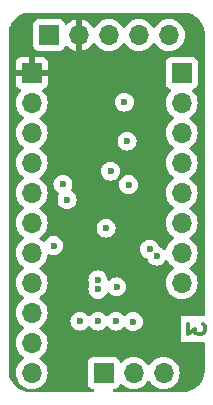
<source format=gbr>
%TF.GenerationSoftware,KiCad,Pcbnew,8.0.6*%
%TF.CreationDate,2024-11-24T13:18:03-08:00*%
%TF.ProjectId,pic32_breakout,70696333-325f-4627-9265-616b6f75742e,rev?*%
%TF.SameCoordinates,Original*%
%TF.FileFunction,Copper,L3,Inr*%
%TF.FilePolarity,Positive*%
%FSLAX46Y46*%
G04 Gerber Fmt 4.6, Leading zero omitted, Abs format (unit mm)*
G04 Created by KiCad (PCBNEW 8.0.6) date 2024-11-24 13:18:03*
%MOMM*%
%LPD*%
G01*
G04 APERTURE LIST*
%ADD10C,0.300000*%
%TA.AperFunction,NonConductor*%
%ADD11C,0.300000*%
%TD*%
%TA.AperFunction,ComponentPad*%
%ADD12O,1.700000X1.700000*%
%TD*%
%TA.AperFunction,ComponentPad*%
%ADD13R,1.700000X1.700000*%
%TD*%
%TA.AperFunction,ViaPad*%
%ADD14C,0.600000*%
%TD*%
G04 APERTURE END LIST*
D10*
D11*
X113271866Y-96256968D02*
X113271866Y-97123634D01*
X113271866Y-97123634D02*
X113805200Y-96656968D01*
X113805200Y-96656968D02*
X113805200Y-96856968D01*
X113805200Y-96856968D02*
X113871866Y-96990301D01*
X113871866Y-96990301D02*
X113938533Y-97056968D01*
X113938533Y-97056968D02*
X114071866Y-97123634D01*
X114071866Y-97123634D02*
X114405200Y-97123634D01*
X114405200Y-97123634D02*
X114538533Y-97056968D01*
X114538533Y-97056968D02*
X114605200Y-96990301D01*
X114605200Y-96990301D02*
X114671866Y-96856968D01*
X114671866Y-96856968D02*
X114671866Y-96456968D01*
X114671866Y-96456968D02*
X114605200Y-96323634D01*
X114605200Y-96323634D02*
X114538533Y-96256968D01*
D12*
%TO.N,GND*%
%TO.C,J1*%
X111180000Y-100400000D03*
%TO.N,/RXD*%
X108640000Y-100400000D03*
D13*
%TO.N,/TXD*%
X106100000Y-100400000D03*
%TD*%
D12*
%TO.N,/PGClk*%
%TO.C,J2*%
X111620000Y-71800000D03*
%TO.N,/PGData*%
X109080000Y-71800000D03*
%TO.N,GND*%
X106540000Y-71800000D03*
%TO.N,+3.3V*%
X104000000Y-71800000D03*
D13*
%TO.N,/MCLR*%
X101460000Y-71800000D03*
%TD*%
D12*
%TO.N,/17{slash}RB8*%
%TO.C,J5*%
X112700000Y-92780000D03*
%TO.N,/18{slash}RB9*%
X112700000Y-90240000D03*
%TO.N,/21{slash}RB10*%
X112700000Y-87700000D03*
%TO.N,/22{slash}RB11*%
X112700000Y-85160000D03*
%TO.N,/23{slash}AN12{slash}RB12*%
X112700000Y-82620000D03*
%TO.N,/24{slash}AN11{slash}RB13*%
X112700000Y-80080000D03*
%TO.N,/25{slash}AN10{slash}RB14*%
X112700000Y-77540000D03*
D13*
%TO.N,/26{slash}AN9{slash}RB15*%
X112700000Y-75000000D03*
%TD*%
%TO.N,+3.3V*%
%TO.C,J3*%
X100000000Y-75000000D03*
D12*
%TO.N,GND*%
X100000000Y-77540000D03*
%TO.N,/2{slash}AN0{slash}RA0*%
X100000000Y-80080000D03*
%TO.N,/3{slash}AN1{slash}RA1*%
X100000000Y-82620000D03*
%TO.N,/6{slash}AN4{slash}RB2*%
X100000000Y-85160000D03*
%TO.N,/7{slash}AN5{slash}RB3*%
X100000000Y-87700000D03*
%TO.N,/9{slash}RA2*%
X100000000Y-90240000D03*
%TO.N,/10{slash}RA3*%
X100000000Y-92780000D03*
%TO.N,/11{slash}RB4*%
X100000000Y-95320000D03*
%TO.N,/12{slash}RA4*%
X100000000Y-97860000D03*
%TO.N,/14{slash}RB5*%
X100000000Y-100400000D03*
%TD*%
D14*
%TO.N,+3.3V*%
X103343000Y-94137565D03*
%TO.N,Net-(D1-A)*%
X108610400Y-96062800D03*
X107188000Y-93116400D03*
%TO.N,Net-(U1-Vcap)*%
X105613200Y-93319600D03*
%TO.N,GND*%
X107137200Y-96012000D03*
%TO.N,+3.3V*%
X108610400Y-93319600D03*
%TO.N,GND*%
X105613200Y-96012000D03*
X104089200Y-96012000D03*
X101854000Y-89611200D03*
X107848400Y-77470000D03*
%TO.N,+3.3V*%
X105199265Y-83395735D03*
%TO.N,GND*%
X106680000Y-83312000D03*
X108077000Y-80772000D03*
X106299000Y-88138000D03*
%TO.N,/PGClk*%
X102997000Y-85725000D03*
%TO.N,/PGData*%
X102650854Y-84420147D03*
%TO.N,GND*%
X110582000Y-90511222D03*
%TO.N,Net-(U1-Vcap)*%
X109982000Y-89916000D03*
%TO.N,/14{slash}RB5*%
X105600500Y-92519500D03*
%TO.N,GND*%
X108204000Y-84455000D03*
%TD*%
%TA.AperFunction,Conductor*%
%TO.N,+3.3V*%
G36*
X112853843Y-69898365D02*
G01*
X113076590Y-69912964D01*
X113092648Y-69915079D01*
X113278675Y-69952082D01*
X113307571Y-69957830D01*
X113323238Y-69962028D01*
X113476369Y-70014009D01*
X113530744Y-70032467D01*
X113545721Y-70038670D01*
X113736591Y-70132796D01*
X113742260Y-70135592D01*
X113756308Y-70143702D01*
X113938512Y-70265448D01*
X113951373Y-70275316D01*
X114056295Y-70367330D01*
X114116128Y-70419802D01*
X114127597Y-70431271D01*
X114193311Y-70506204D01*
X114237960Y-70557117D01*
X114272080Y-70596023D01*
X114281954Y-70608891D01*
X114403697Y-70791092D01*
X114411807Y-70805139D01*
X114508726Y-71001671D01*
X114514933Y-71016657D01*
X114585371Y-71224161D01*
X114589569Y-71239828D01*
X114632318Y-71454740D01*
X114634436Y-71470821D01*
X114649035Y-71693556D01*
X114649300Y-71701666D01*
X114649300Y-95477468D01*
X114629615Y-95544507D01*
X114576811Y-95590262D01*
X114525300Y-95601468D01*
X112614724Y-95601468D01*
X112614724Y-97780859D01*
X114525300Y-97780859D01*
X114592339Y-97800544D01*
X114638094Y-97853348D01*
X114649300Y-97904859D01*
X114649300Y-100193533D01*
X114649035Y-100201643D01*
X114634436Y-100424378D01*
X114632318Y-100440459D01*
X114589569Y-100655371D01*
X114585371Y-100671038D01*
X114514933Y-100878542D01*
X114508726Y-100893528D01*
X114411807Y-101090060D01*
X114403697Y-101104107D01*
X114281954Y-101286308D01*
X114272080Y-101299176D01*
X114127597Y-101463928D01*
X114116128Y-101475397D01*
X113951376Y-101619880D01*
X113938508Y-101629754D01*
X113756307Y-101751497D01*
X113742260Y-101759607D01*
X113545728Y-101856526D01*
X113530742Y-101862733D01*
X113323238Y-101933171D01*
X113307571Y-101937369D01*
X113092659Y-101980118D01*
X113076578Y-101982236D01*
X112853843Y-101996835D01*
X112845733Y-101997100D01*
X111260381Y-101997100D01*
X111193342Y-101977415D01*
X111181931Y-101964246D01*
X111124051Y-101994669D01*
X111099619Y-101997100D01*
X108720381Y-101997100D01*
X108653342Y-101977415D01*
X108641931Y-101964246D01*
X108584051Y-101994669D01*
X108559619Y-101997100D01*
X107017536Y-101997100D01*
X106950497Y-101977415D01*
X106904742Y-101924611D01*
X106894798Y-101855453D01*
X106923823Y-101791897D01*
X106982601Y-101754123D01*
X107004283Y-101749810D01*
X107057483Y-101744091D01*
X107192328Y-101693797D01*
X107192327Y-101693797D01*
X107192331Y-101693796D01*
X107307546Y-101607546D01*
X107393796Y-101492331D01*
X107442810Y-101360916D01*
X107484681Y-101304984D01*
X107550145Y-101280566D01*
X107618418Y-101295417D01*
X107646673Y-101316569D01*
X107768599Y-101438495D01*
X107865384Y-101506265D01*
X107962165Y-101574032D01*
X107962167Y-101574033D01*
X107962170Y-101574035D01*
X108176337Y-101673903D01*
X108404592Y-101735063D01*
X108570427Y-101749572D01*
X108635495Y-101775025D01*
X108641029Y-101782667D01*
X108685446Y-101754123D01*
X108709573Y-101749572D01*
X108875408Y-101735063D01*
X109103663Y-101673903D01*
X109317830Y-101574035D01*
X109511401Y-101438495D01*
X109678495Y-101271401D01*
X109800367Y-101097350D01*
X109808425Y-101085842D01*
X109863002Y-101042217D01*
X109932500Y-101035023D01*
X109994855Y-101066546D01*
X110011575Y-101085842D01*
X110141500Y-101271395D01*
X110141505Y-101271401D01*
X110308599Y-101438495D01*
X110405384Y-101506265D01*
X110502165Y-101574032D01*
X110502167Y-101574033D01*
X110502170Y-101574035D01*
X110716337Y-101673903D01*
X110944592Y-101735063D01*
X111110427Y-101749572D01*
X111175495Y-101775025D01*
X111181029Y-101782667D01*
X111225446Y-101754123D01*
X111249573Y-101749572D01*
X111415408Y-101735063D01*
X111643663Y-101673903D01*
X111857830Y-101574035D01*
X112051401Y-101438495D01*
X112218495Y-101271401D01*
X112354035Y-101077830D01*
X112453903Y-100863663D01*
X112515063Y-100635408D01*
X112535659Y-100400000D01*
X112515063Y-100164592D01*
X112453903Y-99936337D01*
X112354035Y-99722171D01*
X112348425Y-99714158D01*
X112218494Y-99528597D01*
X112051402Y-99361506D01*
X112051395Y-99361501D01*
X111857834Y-99225967D01*
X111857830Y-99225965D01*
X111857828Y-99225964D01*
X111643663Y-99126097D01*
X111643659Y-99126096D01*
X111643655Y-99126094D01*
X111415413Y-99064938D01*
X111415403Y-99064936D01*
X111180001Y-99044341D01*
X111179999Y-99044341D01*
X110944596Y-99064936D01*
X110944586Y-99064938D01*
X110716344Y-99126094D01*
X110716335Y-99126098D01*
X110502171Y-99225964D01*
X110502169Y-99225965D01*
X110308597Y-99361505D01*
X110141505Y-99528597D01*
X110011575Y-99714158D01*
X109956998Y-99757783D01*
X109887500Y-99764977D01*
X109825145Y-99733454D01*
X109808425Y-99714158D01*
X109678494Y-99528597D01*
X109511402Y-99361506D01*
X109511395Y-99361501D01*
X109317834Y-99225967D01*
X109317830Y-99225965D01*
X109317828Y-99225964D01*
X109103663Y-99126097D01*
X109103659Y-99126096D01*
X109103655Y-99126094D01*
X108875413Y-99064938D01*
X108875403Y-99064936D01*
X108640001Y-99044341D01*
X108639999Y-99044341D01*
X108404596Y-99064936D01*
X108404586Y-99064938D01*
X108176344Y-99126094D01*
X108176335Y-99126098D01*
X107962171Y-99225964D01*
X107962169Y-99225965D01*
X107768600Y-99361503D01*
X107646673Y-99483430D01*
X107585350Y-99516914D01*
X107515658Y-99511930D01*
X107459725Y-99470058D01*
X107442810Y-99439081D01*
X107393797Y-99307671D01*
X107393793Y-99307664D01*
X107307547Y-99192455D01*
X107307544Y-99192452D01*
X107192335Y-99106206D01*
X107192328Y-99106202D01*
X107057482Y-99055908D01*
X107057483Y-99055908D01*
X106997883Y-99049501D01*
X106997881Y-99049500D01*
X106997873Y-99049500D01*
X106997864Y-99049500D01*
X105202129Y-99049500D01*
X105202123Y-99049501D01*
X105142516Y-99055908D01*
X105007671Y-99106202D01*
X105007664Y-99106206D01*
X104892455Y-99192452D01*
X104892452Y-99192455D01*
X104806206Y-99307664D01*
X104806202Y-99307671D01*
X104755908Y-99442517D01*
X104749501Y-99502116D01*
X104749500Y-99502135D01*
X104749500Y-101297870D01*
X104749501Y-101297876D01*
X104755908Y-101357483D01*
X104806202Y-101492328D01*
X104806206Y-101492335D01*
X104892452Y-101607544D01*
X104892455Y-101607547D01*
X105007664Y-101693793D01*
X105007671Y-101693797D01*
X105052618Y-101710561D01*
X105142517Y-101744091D01*
X105195721Y-101749811D01*
X105260269Y-101776549D01*
X105300117Y-101833941D01*
X105302611Y-101903766D01*
X105266959Y-101963855D01*
X105204479Y-101995130D01*
X105182463Y-101997100D01*
X100080381Y-101997100D01*
X100013342Y-101977415D01*
X100001931Y-101964246D01*
X99944051Y-101994669D01*
X99919619Y-101997100D01*
X99853867Y-101997100D01*
X99845757Y-101996835D01*
X99623021Y-101982236D01*
X99606940Y-101980118D01*
X99392028Y-101937369D01*
X99376361Y-101933171D01*
X99168857Y-101862733D01*
X99153871Y-101856526D01*
X98957339Y-101759607D01*
X98943292Y-101751497D01*
X98761091Y-101629754D01*
X98748223Y-101619880D01*
X98734156Y-101607544D01*
X98602785Y-101492335D01*
X98583471Y-101475397D01*
X98572002Y-101463928D01*
X98478653Y-101357483D01*
X98427516Y-101299173D01*
X98417645Y-101286308D01*
X98413808Y-101280566D01*
X98295902Y-101104107D01*
X98287792Y-101090060D01*
X98265405Y-101044664D01*
X98190870Y-100893521D01*
X98184666Y-100878542D01*
X98114228Y-100671038D01*
X98110030Y-100655371D01*
X98098017Y-100594976D01*
X98067279Y-100440448D01*
X98065164Y-100424390D01*
X98050565Y-100201643D01*
X98050300Y-100193533D01*
X98050300Y-77539999D01*
X98644341Y-77539999D01*
X98644341Y-77540000D01*
X98664936Y-77775403D01*
X98664938Y-77775413D01*
X98726094Y-78003655D01*
X98726096Y-78003659D01*
X98726097Y-78003663D01*
X98770934Y-78099815D01*
X98825965Y-78217830D01*
X98825967Y-78217834D01*
X98961501Y-78411395D01*
X98961506Y-78411402D01*
X99128597Y-78578493D01*
X99128603Y-78578498D01*
X99314158Y-78708425D01*
X99357783Y-78763002D01*
X99364977Y-78832500D01*
X99333454Y-78894855D01*
X99314158Y-78911575D01*
X99128597Y-79041505D01*
X98961505Y-79208597D01*
X98825965Y-79402169D01*
X98825964Y-79402171D01*
X98726098Y-79616335D01*
X98726094Y-79616344D01*
X98664938Y-79844586D01*
X98664936Y-79844596D01*
X98644341Y-80079999D01*
X98644341Y-80080000D01*
X98664936Y-80315403D01*
X98664938Y-80315413D01*
X98726094Y-80543655D01*
X98726096Y-80543659D01*
X98726097Y-80543663D01*
X98748987Y-80592750D01*
X98825965Y-80757830D01*
X98825967Y-80757834D01*
X98961501Y-80951395D01*
X98961506Y-80951402D01*
X99128597Y-81118493D01*
X99128603Y-81118498D01*
X99314158Y-81248425D01*
X99357783Y-81303002D01*
X99364977Y-81372500D01*
X99333454Y-81434855D01*
X99314158Y-81451575D01*
X99128597Y-81581505D01*
X98961505Y-81748597D01*
X98825965Y-81942169D01*
X98825964Y-81942171D01*
X98726098Y-82156335D01*
X98726094Y-82156344D01*
X98664938Y-82384586D01*
X98664936Y-82384596D01*
X98644341Y-82619999D01*
X98644341Y-82620000D01*
X98664936Y-82855403D01*
X98664938Y-82855413D01*
X98726094Y-83083655D01*
X98726096Y-83083659D01*
X98726097Y-83083663D01*
X98748987Y-83132750D01*
X98825965Y-83297830D01*
X98825967Y-83297834D01*
X98961501Y-83491395D01*
X98961506Y-83491402D01*
X99128597Y-83658493D01*
X99128603Y-83658498D01*
X99314158Y-83788425D01*
X99357783Y-83843002D01*
X99364977Y-83912500D01*
X99333454Y-83974855D01*
X99314158Y-83991575D01*
X99128597Y-84121505D01*
X98961505Y-84288597D01*
X98825965Y-84482169D01*
X98825964Y-84482171D01*
X98726098Y-84696335D01*
X98726094Y-84696344D01*
X98664938Y-84924586D01*
X98664936Y-84924596D01*
X98644341Y-85159999D01*
X98644341Y-85160000D01*
X98664936Y-85395403D01*
X98664938Y-85395413D01*
X98726094Y-85623655D01*
X98726096Y-85623659D01*
X98726097Y-85623663D01*
X98773353Y-85725003D01*
X98825965Y-85837830D01*
X98825967Y-85837834D01*
X98961501Y-86031395D01*
X98961506Y-86031402D01*
X99128597Y-86198493D01*
X99128603Y-86198498D01*
X99314158Y-86328425D01*
X99357783Y-86383002D01*
X99364977Y-86452500D01*
X99333454Y-86514855D01*
X99314158Y-86531575D01*
X99128597Y-86661505D01*
X98961505Y-86828597D01*
X98825965Y-87022169D01*
X98825964Y-87022171D01*
X98726098Y-87236335D01*
X98726094Y-87236344D01*
X98664938Y-87464586D01*
X98664936Y-87464596D01*
X98644341Y-87699999D01*
X98644341Y-87700000D01*
X98664936Y-87935403D01*
X98664938Y-87935413D01*
X98726094Y-88163655D01*
X98726096Y-88163659D01*
X98726097Y-88163663D01*
X98797716Y-88317249D01*
X98825965Y-88377830D01*
X98825967Y-88377834D01*
X98961501Y-88571395D01*
X98961506Y-88571402D01*
X99128597Y-88738493D01*
X99128603Y-88738498D01*
X99314158Y-88868425D01*
X99357783Y-88923002D01*
X99364977Y-88992500D01*
X99333454Y-89054855D01*
X99314158Y-89071575D01*
X99128597Y-89201505D01*
X98961505Y-89368597D01*
X98825965Y-89562169D01*
X98825964Y-89562171D01*
X98726098Y-89776335D01*
X98726094Y-89776344D01*
X98664938Y-90004586D01*
X98664936Y-90004596D01*
X98644341Y-90239999D01*
X98644341Y-90240000D01*
X98664936Y-90475403D01*
X98664938Y-90475413D01*
X98726094Y-90703655D01*
X98726096Y-90703659D01*
X98726097Y-90703663D01*
X98734390Y-90721447D01*
X98825965Y-90917830D01*
X98825967Y-90917834D01*
X98961501Y-91111395D01*
X98961506Y-91111402D01*
X99128597Y-91278493D01*
X99128603Y-91278498D01*
X99314158Y-91408425D01*
X99357783Y-91463002D01*
X99364977Y-91532500D01*
X99333454Y-91594855D01*
X99314158Y-91611575D01*
X99128597Y-91741505D01*
X98961505Y-91908597D01*
X98825965Y-92102169D01*
X98825964Y-92102171D01*
X98726098Y-92316335D01*
X98726094Y-92316344D01*
X98664938Y-92544586D01*
X98664936Y-92544596D01*
X98644341Y-92779999D01*
X98644341Y-92780000D01*
X98664936Y-93015403D01*
X98664938Y-93015413D01*
X98726094Y-93243655D01*
X98726096Y-93243659D01*
X98726097Y-93243663D01*
X98825965Y-93457830D01*
X98825967Y-93457834D01*
X98961501Y-93651395D01*
X98961506Y-93651402D01*
X99128597Y-93818493D01*
X99128603Y-93818498D01*
X99314158Y-93948425D01*
X99357783Y-94003002D01*
X99364977Y-94072500D01*
X99333454Y-94134855D01*
X99314158Y-94151575D01*
X99128597Y-94281505D01*
X98961505Y-94448597D01*
X98825965Y-94642169D01*
X98825964Y-94642171D01*
X98726098Y-94856335D01*
X98726094Y-94856344D01*
X98664938Y-95084586D01*
X98664936Y-95084596D01*
X98644341Y-95319999D01*
X98644341Y-95320000D01*
X98664936Y-95555403D01*
X98664938Y-95555413D01*
X98726094Y-95783655D01*
X98726096Y-95783659D01*
X98726097Y-95783663D01*
X98748987Y-95832750D01*
X98825965Y-95997830D01*
X98825967Y-95997834D01*
X98961501Y-96191395D01*
X98961506Y-96191402D01*
X99128597Y-96358493D01*
X99128603Y-96358498D01*
X99314158Y-96488425D01*
X99357783Y-96543002D01*
X99364977Y-96612500D01*
X99333454Y-96674855D01*
X99314158Y-96691575D01*
X99128597Y-96821505D01*
X98961505Y-96988597D01*
X98825965Y-97182169D01*
X98825964Y-97182171D01*
X98726098Y-97396335D01*
X98726094Y-97396344D01*
X98664938Y-97624586D01*
X98664936Y-97624596D01*
X98644341Y-97859999D01*
X98644341Y-97860000D01*
X98664936Y-98095403D01*
X98664938Y-98095413D01*
X98726094Y-98323655D01*
X98726096Y-98323659D01*
X98726097Y-98323663D01*
X98825965Y-98537830D01*
X98825967Y-98537834D01*
X98961501Y-98731395D01*
X98961506Y-98731402D01*
X99128597Y-98898493D01*
X99128603Y-98898498D01*
X99314158Y-99028425D01*
X99357783Y-99083002D01*
X99364977Y-99152500D01*
X99333454Y-99214855D01*
X99314158Y-99231575D01*
X99128597Y-99361505D01*
X98961505Y-99528597D01*
X98825965Y-99722169D01*
X98825964Y-99722171D01*
X98726098Y-99936335D01*
X98726094Y-99936344D01*
X98664938Y-100164586D01*
X98664936Y-100164596D01*
X98644341Y-100399999D01*
X98644341Y-100400000D01*
X98664936Y-100635403D01*
X98664938Y-100635413D01*
X98726094Y-100863655D01*
X98726096Y-100863659D01*
X98726097Y-100863663D01*
X98806004Y-101035023D01*
X98825965Y-101077830D01*
X98825967Y-101077834D01*
X98844364Y-101104107D01*
X98961505Y-101271401D01*
X99128599Y-101438495D01*
X99225384Y-101506265D01*
X99322165Y-101574032D01*
X99322167Y-101574033D01*
X99322170Y-101574035D01*
X99536337Y-101673903D01*
X99764592Y-101735063D01*
X99930427Y-101749572D01*
X99995495Y-101775025D01*
X100001029Y-101782667D01*
X100045446Y-101754123D01*
X100069573Y-101749572D01*
X100235408Y-101735063D01*
X100463663Y-101673903D01*
X100677830Y-101574035D01*
X100871401Y-101438495D01*
X101038495Y-101271401D01*
X101174035Y-101077830D01*
X101273903Y-100863663D01*
X101335063Y-100635408D01*
X101355659Y-100400000D01*
X101335063Y-100164592D01*
X101273903Y-99936337D01*
X101174035Y-99722171D01*
X101168425Y-99714158D01*
X101038494Y-99528597D01*
X100871402Y-99361506D01*
X100871396Y-99361501D01*
X100685842Y-99231575D01*
X100642217Y-99176998D01*
X100635023Y-99107500D01*
X100666546Y-99045145D01*
X100685842Y-99028425D01*
X100708026Y-99012891D01*
X100871401Y-98898495D01*
X101038495Y-98731401D01*
X101174035Y-98537830D01*
X101273903Y-98323663D01*
X101335063Y-98095408D01*
X101355659Y-97860000D01*
X101335063Y-97624592D01*
X101273903Y-97396337D01*
X101174035Y-97182171D01*
X101038495Y-96988599D01*
X101038494Y-96988597D01*
X100871402Y-96821506D01*
X100871396Y-96821501D01*
X100685842Y-96691575D01*
X100642217Y-96636998D01*
X100635023Y-96567500D01*
X100666546Y-96505145D01*
X100685842Y-96488425D01*
X100710743Y-96470989D01*
X100871401Y-96358495D01*
X101038495Y-96191401D01*
X101164116Y-96011996D01*
X103283635Y-96011996D01*
X103283635Y-96012003D01*
X103303830Y-96191249D01*
X103303831Y-96191254D01*
X103363411Y-96361523D01*
X103453655Y-96505145D01*
X103459384Y-96514262D01*
X103586938Y-96641816D01*
X103739678Y-96737789D01*
X103884853Y-96788588D01*
X103909945Y-96797368D01*
X103909950Y-96797369D01*
X104089196Y-96817565D01*
X104089200Y-96817565D01*
X104089204Y-96817565D01*
X104268449Y-96797369D01*
X104268452Y-96797368D01*
X104268455Y-96797368D01*
X104438722Y-96737789D01*
X104591462Y-96641816D01*
X104719016Y-96514262D01*
X104746206Y-96470988D01*
X104798541Y-96424698D01*
X104867594Y-96414050D01*
X104931443Y-96442425D01*
X104956193Y-96470987D01*
X104983384Y-96514262D01*
X105110938Y-96641816D01*
X105263678Y-96737789D01*
X105408853Y-96788588D01*
X105433945Y-96797368D01*
X105433950Y-96797369D01*
X105613196Y-96817565D01*
X105613200Y-96817565D01*
X105613204Y-96817565D01*
X105792449Y-96797369D01*
X105792452Y-96797368D01*
X105792455Y-96797368D01*
X105962722Y-96737789D01*
X106115462Y-96641816D01*
X106243016Y-96514262D01*
X106270206Y-96470988D01*
X106322541Y-96424698D01*
X106391594Y-96414050D01*
X106455443Y-96442425D01*
X106480193Y-96470987D01*
X106507384Y-96514262D01*
X106634938Y-96641816D01*
X106787678Y-96737789D01*
X106932853Y-96788588D01*
X106957945Y-96797368D01*
X106957950Y-96797369D01*
X107137196Y-96817565D01*
X107137200Y-96817565D01*
X107137204Y-96817565D01*
X107316449Y-96797369D01*
X107316452Y-96797368D01*
X107316455Y-96797368D01*
X107486722Y-96737789D01*
X107639462Y-96641816D01*
X107767016Y-96514262D01*
X107767019Y-96514256D01*
X107768620Y-96512656D01*
X107829943Y-96479171D01*
X107899635Y-96484155D01*
X107955569Y-96526026D01*
X107961293Y-96534361D01*
X107980584Y-96565062D01*
X108108138Y-96692616D01*
X108260878Y-96788589D01*
X108431145Y-96848168D01*
X108431150Y-96848169D01*
X108610396Y-96868365D01*
X108610400Y-96868365D01*
X108610404Y-96868365D01*
X108789649Y-96848169D01*
X108789652Y-96848168D01*
X108789655Y-96848168D01*
X108959922Y-96788589D01*
X109112662Y-96692616D01*
X109240216Y-96565062D01*
X109336189Y-96412322D01*
X109395768Y-96242055D01*
X109401475Y-96191402D01*
X109415965Y-96062803D01*
X109415965Y-96062796D01*
X109395769Y-95883550D01*
X109395768Y-95883545D01*
X109336188Y-95713276D01*
X109264573Y-95599302D01*
X109240216Y-95560538D01*
X109112662Y-95432984D01*
X109112660Y-95432983D01*
X108959923Y-95337011D01*
X108789654Y-95277431D01*
X108789649Y-95277430D01*
X108610404Y-95257235D01*
X108610396Y-95257235D01*
X108431150Y-95277430D01*
X108431145Y-95277431D01*
X108260876Y-95337011D01*
X108108139Y-95432983D01*
X107978978Y-95562144D01*
X107917655Y-95595628D01*
X107847963Y-95590644D01*
X107792030Y-95548772D01*
X107786303Y-95540433D01*
X107767018Y-95509740D01*
X107639462Y-95382184D01*
X107486723Y-95286211D01*
X107316454Y-95226631D01*
X107316449Y-95226630D01*
X107137204Y-95206435D01*
X107137196Y-95206435D01*
X106957950Y-95226630D01*
X106957945Y-95226631D01*
X106787676Y-95286211D01*
X106634937Y-95382184D01*
X106507384Y-95509737D01*
X106507382Y-95509740D01*
X106480193Y-95553011D01*
X106427858Y-95599302D01*
X106358805Y-95609949D01*
X106294956Y-95581574D01*
X106270207Y-95553011D01*
X106243017Y-95509740D01*
X106243015Y-95509737D01*
X106115462Y-95382184D01*
X105962723Y-95286211D01*
X105792454Y-95226631D01*
X105792449Y-95226630D01*
X105613204Y-95206435D01*
X105613196Y-95206435D01*
X105433950Y-95226630D01*
X105433945Y-95226631D01*
X105263676Y-95286211D01*
X105110937Y-95382184D01*
X104983384Y-95509737D01*
X104983382Y-95509740D01*
X104956193Y-95553011D01*
X104903858Y-95599302D01*
X104834805Y-95609949D01*
X104770956Y-95581574D01*
X104746207Y-95553011D01*
X104719017Y-95509740D01*
X104719015Y-95509737D01*
X104591462Y-95382184D01*
X104438723Y-95286211D01*
X104268454Y-95226631D01*
X104268449Y-95226630D01*
X104089204Y-95206435D01*
X104089196Y-95206435D01*
X103909950Y-95226630D01*
X103909945Y-95226631D01*
X103739676Y-95286211D01*
X103586937Y-95382184D01*
X103459384Y-95509737D01*
X103363411Y-95662476D01*
X103303831Y-95832745D01*
X103303830Y-95832750D01*
X103283635Y-96011996D01*
X101164116Y-96011996D01*
X101174035Y-95997830D01*
X101273903Y-95783663D01*
X101335063Y-95555408D01*
X101355659Y-95320000D01*
X101335063Y-95084592D01*
X101273903Y-94856337D01*
X101174035Y-94642171D01*
X101038495Y-94448599D01*
X101038494Y-94448597D01*
X100871402Y-94281506D01*
X100871396Y-94281501D01*
X100685842Y-94151575D01*
X100642217Y-94096998D01*
X100635023Y-94027500D01*
X100666546Y-93965145D01*
X100685842Y-93948425D01*
X100723631Y-93921965D01*
X100871401Y-93818495D01*
X101038495Y-93651401D01*
X101174035Y-93457830D01*
X101273903Y-93243663D01*
X101335063Y-93015408D01*
X101355659Y-92780000D01*
X101335063Y-92544592D01*
X101328339Y-92519496D01*
X104794935Y-92519496D01*
X104794935Y-92519503D01*
X104815130Y-92698749D01*
X104815133Y-92698762D01*
X104874710Y-92869021D01*
X104877731Y-92875294D01*
X104876197Y-92876032D01*
X104892809Y-92934831D01*
X104885858Y-92974514D01*
X104827832Y-93140342D01*
X104827830Y-93140350D01*
X104807635Y-93319596D01*
X104807635Y-93319603D01*
X104827830Y-93498849D01*
X104827831Y-93498854D01*
X104887411Y-93669123D01*
X104935852Y-93746216D01*
X104983384Y-93821862D01*
X105110938Y-93949416D01*
X105263678Y-94045389D01*
X105341157Y-94072500D01*
X105433945Y-94104968D01*
X105433950Y-94104969D01*
X105613196Y-94125165D01*
X105613200Y-94125165D01*
X105613204Y-94125165D01*
X105792449Y-94104969D01*
X105792452Y-94104968D01*
X105792455Y-94104968D01*
X105962722Y-94045389D01*
X106115462Y-93949416D01*
X106243016Y-93821862D01*
X106338989Y-93669122D01*
X106339364Y-93668049D01*
X106344006Y-93654786D01*
X106384726Y-93598009D01*
X106449679Y-93572260D01*
X106518240Y-93585715D01*
X106552826Y-93614171D01*
X106553260Y-93613738D01*
X106557713Y-93618191D01*
X106557990Y-93618419D01*
X106558183Y-93618661D01*
X106558184Y-93618662D01*
X106685738Y-93746216D01*
X106838478Y-93842189D01*
X107008745Y-93901768D01*
X107008750Y-93901769D01*
X107187996Y-93921965D01*
X107188000Y-93921965D01*
X107188004Y-93921965D01*
X107367249Y-93901769D01*
X107367252Y-93901768D01*
X107367255Y-93901768D01*
X107537522Y-93842189D01*
X107690262Y-93746216D01*
X107817816Y-93618662D01*
X107913789Y-93465922D01*
X107973368Y-93295655D01*
X107990867Y-93140345D01*
X107993565Y-93116403D01*
X107993565Y-93116396D01*
X107973369Y-92937150D01*
X107973368Y-92937145D01*
X107949530Y-92869021D01*
X107913789Y-92766878D01*
X107817816Y-92614138D01*
X107690262Y-92486584D01*
X107688376Y-92485399D01*
X107537523Y-92390611D01*
X107367254Y-92331031D01*
X107367249Y-92331030D01*
X107188004Y-92310835D01*
X107187996Y-92310835D01*
X107008750Y-92331030D01*
X107008745Y-92331031D01*
X106838476Y-92390611D01*
X106685739Y-92486583D01*
X106613124Y-92559198D01*
X106551800Y-92592682D01*
X106482109Y-92587697D01*
X106426175Y-92545826D01*
X106402223Y-92485399D01*
X106385869Y-92340250D01*
X106385868Y-92340245D01*
X106377502Y-92316337D01*
X106326289Y-92169978D01*
X106230316Y-92017238D01*
X106102762Y-91889684D01*
X105950023Y-91793711D01*
X105779754Y-91734131D01*
X105779749Y-91734130D01*
X105600504Y-91713935D01*
X105600496Y-91713935D01*
X105421250Y-91734130D01*
X105421245Y-91734131D01*
X105250976Y-91793711D01*
X105098237Y-91889684D01*
X104970684Y-92017237D01*
X104874711Y-92169976D01*
X104815131Y-92340245D01*
X104815130Y-92340250D01*
X104794935Y-92519496D01*
X101328339Y-92519496D01*
X101280309Y-92340245D01*
X101273905Y-92316344D01*
X101273904Y-92316343D01*
X101273903Y-92316337D01*
X101174035Y-92102171D01*
X101038495Y-91908599D01*
X101038494Y-91908597D01*
X100871402Y-91741506D01*
X100871396Y-91741501D01*
X100685842Y-91611575D01*
X100642217Y-91556998D01*
X100635023Y-91487500D01*
X100666546Y-91425145D01*
X100685842Y-91408425D01*
X100845557Y-91296591D01*
X100871401Y-91278495D01*
X101038495Y-91111401D01*
X101174035Y-90917830D01*
X101273903Y-90703663D01*
X101335063Y-90475408D01*
X101337941Y-90442504D01*
X101363392Y-90377437D01*
X101419983Y-90336458D01*
X101489744Y-90332579D01*
X101502424Y-90336271D01*
X101674737Y-90396566D01*
X101674743Y-90396567D01*
X101674745Y-90396568D01*
X101674746Y-90396568D01*
X101674750Y-90396569D01*
X101853996Y-90416765D01*
X101854000Y-90416765D01*
X101854004Y-90416765D01*
X102033249Y-90396569D01*
X102033252Y-90396568D01*
X102033255Y-90396568D01*
X102203522Y-90336989D01*
X102356262Y-90241016D01*
X102483816Y-90113462D01*
X102579789Y-89960722D01*
X102595439Y-89915996D01*
X109176435Y-89915996D01*
X109176435Y-89916003D01*
X109196630Y-90095249D01*
X109196631Y-90095254D01*
X109256211Y-90265523D01*
X109326532Y-90377437D01*
X109352184Y-90418262D01*
X109479738Y-90545816D01*
X109632478Y-90641789D01*
X109743758Y-90680727D01*
X109800532Y-90721447D01*
X109819843Y-90756812D01*
X109856211Y-90860745D01*
X109856212Y-90860746D01*
X109892083Y-90917834D01*
X109952184Y-91013484D01*
X110079738Y-91141038D01*
X110232478Y-91237011D01*
X110351041Y-91278498D01*
X110402745Y-91296590D01*
X110402750Y-91296591D01*
X110581996Y-91316787D01*
X110582000Y-91316787D01*
X110582004Y-91316787D01*
X110761249Y-91296591D01*
X110761252Y-91296590D01*
X110761255Y-91296590D01*
X110931522Y-91237011D01*
X111084262Y-91141038D01*
X111211816Y-91013484D01*
X111296601Y-90878548D01*
X111348933Y-90832260D01*
X111417987Y-90821611D01*
X111481835Y-90849986D01*
X111513974Y-90892117D01*
X111525962Y-90917824D01*
X111525967Y-90917834D01*
X111661501Y-91111395D01*
X111661506Y-91111402D01*
X111828597Y-91278493D01*
X111828603Y-91278498D01*
X112014158Y-91408425D01*
X112057783Y-91463002D01*
X112064977Y-91532500D01*
X112033454Y-91594855D01*
X112014158Y-91611575D01*
X111828597Y-91741505D01*
X111661505Y-91908597D01*
X111525965Y-92102169D01*
X111525964Y-92102171D01*
X111426098Y-92316335D01*
X111426094Y-92316344D01*
X111364938Y-92544586D01*
X111364936Y-92544596D01*
X111344341Y-92779999D01*
X111344341Y-92780000D01*
X111364936Y-93015403D01*
X111364938Y-93015413D01*
X111426094Y-93243655D01*
X111426096Y-93243659D01*
X111426097Y-93243663D01*
X111525965Y-93457830D01*
X111525967Y-93457834D01*
X111606090Y-93572260D01*
X111661505Y-93651401D01*
X111828599Y-93818495D01*
X111862438Y-93842189D01*
X112022165Y-93954032D01*
X112022167Y-93954033D01*
X112022170Y-93954035D01*
X112236337Y-94053903D01*
X112464592Y-94115063D01*
X112652918Y-94131539D01*
X112699999Y-94135659D01*
X112700000Y-94135659D01*
X112700001Y-94135659D01*
X112739234Y-94132226D01*
X112935408Y-94115063D01*
X113163663Y-94053903D01*
X113377830Y-93954035D01*
X113571401Y-93818495D01*
X113738495Y-93651401D01*
X113874035Y-93457830D01*
X113973903Y-93243663D01*
X114035063Y-93015408D01*
X114055659Y-92780000D01*
X114035063Y-92544592D01*
X113980309Y-92340245D01*
X113973905Y-92316344D01*
X113973904Y-92316343D01*
X113973903Y-92316337D01*
X113874035Y-92102171D01*
X113738495Y-91908599D01*
X113738494Y-91908597D01*
X113571402Y-91741506D01*
X113571396Y-91741501D01*
X113385842Y-91611575D01*
X113342217Y-91556998D01*
X113335023Y-91487500D01*
X113366546Y-91425145D01*
X113385842Y-91408425D01*
X113545557Y-91296591D01*
X113571401Y-91278495D01*
X113738495Y-91111401D01*
X113874035Y-90917830D01*
X113973903Y-90703663D01*
X114035063Y-90475408D01*
X114055659Y-90240000D01*
X114035063Y-90004592D01*
X113973903Y-89776337D01*
X113874035Y-89562171D01*
X113782851Y-89431945D01*
X113738494Y-89368597D01*
X113571402Y-89201506D01*
X113571396Y-89201501D01*
X113385842Y-89071575D01*
X113342217Y-89016998D01*
X113335023Y-88947500D01*
X113366546Y-88885145D01*
X113385842Y-88868425D01*
X113529526Y-88767816D01*
X113571401Y-88738495D01*
X113738495Y-88571401D01*
X113874035Y-88377830D01*
X113973903Y-88163663D01*
X114035063Y-87935408D01*
X114055659Y-87700000D01*
X114035063Y-87464592D01*
X113973903Y-87236337D01*
X113874035Y-87022171D01*
X113738495Y-86828599D01*
X113738494Y-86828597D01*
X113571402Y-86661506D01*
X113571396Y-86661501D01*
X113385842Y-86531575D01*
X113342217Y-86476998D01*
X113335023Y-86407500D01*
X113366546Y-86345145D01*
X113385842Y-86328425D01*
X113408026Y-86312891D01*
X113571401Y-86198495D01*
X113738495Y-86031401D01*
X113874035Y-85837830D01*
X113973903Y-85623663D01*
X114035063Y-85395408D01*
X114055659Y-85160000D01*
X114035063Y-84924592D01*
X113973903Y-84696337D01*
X113874035Y-84482171D01*
X113738495Y-84288599D01*
X113738494Y-84288597D01*
X113571402Y-84121506D01*
X113571396Y-84121501D01*
X113385842Y-83991575D01*
X113342217Y-83936998D01*
X113335023Y-83867500D01*
X113366546Y-83805145D01*
X113385842Y-83788425D01*
X113520183Y-83694358D01*
X113571401Y-83658495D01*
X113738495Y-83491401D01*
X113874035Y-83297830D01*
X113973903Y-83083663D01*
X114035063Y-82855408D01*
X114055659Y-82620000D01*
X114035063Y-82384592D01*
X113973903Y-82156337D01*
X113874035Y-81942171D01*
X113738495Y-81748599D01*
X113738494Y-81748597D01*
X113571402Y-81581506D01*
X113571396Y-81581501D01*
X113385842Y-81451575D01*
X113342217Y-81396998D01*
X113335023Y-81327500D01*
X113366546Y-81265145D01*
X113385842Y-81248425D01*
X113408026Y-81232891D01*
X113571401Y-81118495D01*
X113738495Y-80951401D01*
X113874035Y-80757830D01*
X113973903Y-80543663D01*
X114035063Y-80315408D01*
X114055659Y-80080000D01*
X114035063Y-79844592D01*
X113973903Y-79616337D01*
X113874035Y-79402171D01*
X113738495Y-79208599D01*
X113738494Y-79208597D01*
X113571402Y-79041506D01*
X113571396Y-79041501D01*
X113385842Y-78911575D01*
X113342217Y-78856998D01*
X113335023Y-78787500D01*
X113366546Y-78725145D01*
X113385842Y-78708425D01*
X113408026Y-78692891D01*
X113571401Y-78578495D01*
X113738495Y-78411401D01*
X113874035Y-78217830D01*
X113973903Y-78003663D01*
X114035063Y-77775408D01*
X114055659Y-77540000D01*
X114035063Y-77304592D01*
X113973903Y-77076337D01*
X113874035Y-76862171D01*
X113749721Y-76684632D01*
X113738496Y-76668600D01*
X113734331Y-76664435D01*
X113616567Y-76546671D01*
X113583084Y-76485351D01*
X113588068Y-76415659D01*
X113629939Y-76359725D01*
X113660915Y-76342810D01*
X113792331Y-76293796D01*
X113907546Y-76207546D01*
X113993796Y-76092331D01*
X114044091Y-75957483D01*
X114050500Y-75897873D01*
X114050499Y-74102128D01*
X114044091Y-74042517D01*
X113993884Y-73907906D01*
X113993797Y-73907671D01*
X113993793Y-73907664D01*
X113907547Y-73792455D01*
X113907544Y-73792452D01*
X113792335Y-73706206D01*
X113792328Y-73706202D01*
X113657482Y-73655908D01*
X113657483Y-73655908D01*
X113597883Y-73649501D01*
X113597881Y-73649500D01*
X113597873Y-73649500D01*
X113597864Y-73649500D01*
X111802129Y-73649500D01*
X111802123Y-73649501D01*
X111742516Y-73655908D01*
X111607671Y-73706202D01*
X111607664Y-73706206D01*
X111492455Y-73792452D01*
X111492452Y-73792455D01*
X111406206Y-73907664D01*
X111406202Y-73907671D01*
X111355908Y-74042517D01*
X111349501Y-74102116D01*
X111349501Y-74102123D01*
X111349500Y-74102135D01*
X111349500Y-75897870D01*
X111349501Y-75897876D01*
X111355908Y-75957483D01*
X111406202Y-76092328D01*
X111406206Y-76092335D01*
X111492452Y-76207544D01*
X111492455Y-76207547D01*
X111607664Y-76293793D01*
X111607671Y-76293797D01*
X111739081Y-76342810D01*
X111795015Y-76384681D01*
X111819432Y-76450145D01*
X111804580Y-76518418D01*
X111783430Y-76546673D01*
X111661503Y-76668600D01*
X111525965Y-76862169D01*
X111525964Y-76862171D01*
X111426098Y-77076335D01*
X111426094Y-77076344D01*
X111364938Y-77304586D01*
X111364936Y-77304596D01*
X111344341Y-77539999D01*
X111344341Y-77540000D01*
X111364936Y-77775403D01*
X111364938Y-77775413D01*
X111426094Y-78003655D01*
X111426096Y-78003659D01*
X111426097Y-78003663D01*
X111470934Y-78099815D01*
X111525965Y-78217830D01*
X111525967Y-78217834D01*
X111661501Y-78411395D01*
X111661506Y-78411402D01*
X111828597Y-78578493D01*
X111828603Y-78578498D01*
X112014158Y-78708425D01*
X112057783Y-78763002D01*
X112064977Y-78832500D01*
X112033454Y-78894855D01*
X112014158Y-78911575D01*
X111828597Y-79041505D01*
X111661505Y-79208597D01*
X111525965Y-79402169D01*
X111525964Y-79402171D01*
X111426098Y-79616335D01*
X111426094Y-79616344D01*
X111364938Y-79844586D01*
X111364936Y-79844596D01*
X111344341Y-80079999D01*
X111344341Y-80080000D01*
X111364936Y-80315403D01*
X111364938Y-80315413D01*
X111426094Y-80543655D01*
X111426096Y-80543659D01*
X111426097Y-80543663D01*
X111448987Y-80592750D01*
X111525965Y-80757830D01*
X111525967Y-80757834D01*
X111661501Y-80951395D01*
X111661506Y-80951402D01*
X111828597Y-81118493D01*
X111828603Y-81118498D01*
X112014158Y-81248425D01*
X112057783Y-81303002D01*
X112064977Y-81372500D01*
X112033454Y-81434855D01*
X112014158Y-81451575D01*
X111828597Y-81581505D01*
X111661505Y-81748597D01*
X111525965Y-81942169D01*
X111525964Y-81942171D01*
X111426098Y-82156335D01*
X111426094Y-82156344D01*
X111364938Y-82384586D01*
X111364936Y-82384596D01*
X111344341Y-82619999D01*
X111344341Y-82620000D01*
X111364936Y-82855403D01*
X111364938Y-82855413D01*
X111426094Y-83083655D01*
X111426096Y-83083659D01*
X111426097Y-83083663D01*
X111448987Y-83132750D01*
X111525965Y-83297830D01*
X111525967Y-83297834D01*
X111661501Y-83491395D01*
X111661506Y-83491402D01*
X111828597Y-83658493D01*
X111828603Y-83658498D01*
X112014158Y-83788425D01*
X112057783Y-83843002D01*
X112064977Y-83912500D01*
X112033454Y-83974855D01*
X112014158Y-83991575D01*
X111828597Y-84121505D01*
X111661505Y-84288597D01*
X111525965Y-84482169D01*
X111525964Y-84482171D01*
X111426098Y-84696335D01*
X111426094Y-84696344D01*
X111364938Y-84924586D01*
X111364936Y-84924596D01*
X111344341Y-85159999D01*
X111344341Y-85160000D01*
X111364936Y-85395403D01*
X111364938Y-85395413D01*
X111426094Y-85623655D01*
X111426096Y-85623659D01*
X111426097Y-85623663D01*
X111473353Y-85725003D01*
X111525965Y-85837830D01*
X111525967Y-85837834D01*
X111661501Y-86031395D01*
X111661506Y-86031402D01*
X111828597Y-86198493D01*
X111828603Y-86198498D01*
X112014158Y-86328425D01*
X112057783Y-86383002D01*
X112064977Y-86452500D01*
X112033454Y-86514855D01*
X112014158Y-86531575D01*
X111828597Y-86661505D01*
X111661505Y-86828597D01*
X111525965Y-87022169D01*
X111525964Y-87022171D01*
X111426098Y-87236335D01*
X111426094Y-87236344D01*
X111364938Y-87464586D01*
X111364936Y-87464596D01*
X111344341Y-87699999D01*
X111344341Y-87700000D01*
X111364936Y-87935403D01*
X111364938Y-87935413D01*
X111426094Y-88163655D01*
X111426096Y-88163659D01*
X111426097Y-88163663D01*
X111497716Y-88317249D01*
X111525965Y-88377830D01*
X111525967Y-88377834D01*
X111661501Y-88571395D01*
X111661506Y-88571402D01*
X111828597Y-88738493D01*
X111828603Y-88738498D01*
X112014158Y-88868425D01*
X112057783Y-88923002D01*
X112064977Y-88992500D01*
X112033454Y-89054855D01*
X112014158Y-89071575D01*
X111828597Y-89201505D01*
X111661505Y-89368597D01*
X111525965Y-89562169D01*
X111525964Y-89562171D01*
X111426098Y-89776335D01*
X111426094Y-89776344D01*
X111387243Y-89921343D01*
X111350878Y-89981004D01*
X111288031Y-90011533D01*
X111218656Y-90003238D01*
X111179787Y-89976931D01*
X111084262Y-89881406D01*
X110931524Y-89785434D01*
X110931521Y-89785432D01*
X110820242Y-89746494D01*
X110763466Y-89705773D01*
X110744155Y-89670407D01*
X110723436Y-89611196D01*
X110707789Y-89566478D01*
X110611816Y-89413738D01*
X110484262Y-89286184D01*
X110445258Y-89261676D01*
X110331523Y-89190211D01*
X110161254Y-89130631D01*
X110161249Y-89130630D01*
X109982004Y-89110435D01*
X109981996Y-89110435D01*
X109802750Y-89130630D01*
X109802745Y-89130631D01*
X109632476Y-89190211D01*
X109479737Y-89286184D01*
X109352184Y-89413737D01*
X109256211Y-89566476D01*
X109196631Y-89736745D01*
X109196630Y-89736750D01*
X109176435Y-89915996D01*
X102595439Y-89915996D01*
X102639368Y-89790455D01*
X102645420Y-89736745D01*
X102659565Y-89611203D01*
X102659565Y-89611196D01*
X102639369Y-89431950D01*
X102639368Y-89431945D01*
X102617202Y-89368599D01*
X102579789Y-89261678D01*
X102483816Y-89108938D01*
X102356262Y-88981384D01*
X102203523Y-88885411D01*
X102033254Y-88825831D01*
X102033249Y-88825830D01*
X101854004Y-88805635D01*
X101853996Y-88805635D01*
X101674750Y-88825830D01*
X101674745Y-88825831D01*
X101504476Y-88885411D01*
X101351737Y-88981384D01*
X101224182Y-89108939D01*
X101135058Y-89250779D01*
X101082724Y-89297069D01*
X101013670Y-89307717D01*
X100949822Y-89279342D01*
X100942384Y-89272488D01*
X100920675Y-89250779D01*
X100871401Y-89201505D01*
X100871397Y-89201502D01*
X100871396Y-89201501D01*
X100685842Y-89071575D01*
X100642217Y-89016998D01*
X100635023Y-88947500D01*
X100666546Y-88885145D01*
X100685842Y-88868425D01*
X100829526Y-88767816D01*
X100871401Y-88738495D01*
X101038495Y-88571401D01*
X101174035Y-88377830D01*
X101273903Y-88163663D01*
X101280780Y-88137996D01*
X105493435Y-88137996D01*
X105493435Y-88138003D01*
X105513630Y-88317249D01*
X105513631Y-88317254D01*
X105573211Y-88487523D01*
X105625916Y-88571402D01*
X105669184Y-88640262D01*
X105796738Y-88767816D01*
X105949478Y-88863789D01*
X106118699Y-88923002D01*
X106119745Y-88923368D01*
X106119750Y-88923369D01*
X106298996Y-88943565D01*
X106299000Y-88943565D01*
X106299004Y-88943565D01*
X106478249Y-88923369D01*
X106478252Y-88923368D01*
X106478255Y-88923368D01*
X106648522Y-88863789D01*
X106801262Y-88767816D01*
X106928816Y-88640262D01*
X107024789Y-88487522D01*
X107084368Y-88317255D01*
X107084369Y-88317249D01*
X107104565Y-88138003D01*
X107104565Y-88137996D01*
X107084369Y-87958750D01*
X107084368Y-87958745D01*
X107024788Y-87788476D01*
X106985582Y-87726080D01*
X106928816Y-87635738D01*
X106801262Y-87508184D01*
X106648523Y-87412211D01*
X106478254Y-87352631D01*
X106478249Y-87352630D01*
X106299004Y-87332435D01*
X106298996Y-87332435D01*
X106119750Y-87352630D01*
X106119745Y-87352631D01*
X105949476Y-87412211D01*
X105796737Y-87508184D01*
X105669184Y-87635737D01*
X105573211Y-87788476D01*
X105513631Y-87958745D01*
X105513630Y-87958750D01*
X105493435Y-88137996D01*
X101280780Y-88137996D01*
X101335063Y-87935408D01*
X101355659Y-87700000D01*
X101335063Y-87464592D01*
X101273903Y-87236337D01*
X101174035Y-87022171D01*
X101038495Y-86828599D01*
X101038494Y-86828597D01*
X100871402Y-86661506D01*
X100871396Y-86661501D01*
X100685842Y-86531575D01*
X100642217Y-86476998D01*
X100635023Y-86407500D01*
X100666546Y-86345145D01*
X100685842Y-86328425D01*
X100708026Y-86312891D01*
X100871401Y-86198495D01*
X101038495Y-86031401D01*
X101174035Y-85837830D01*
X101273903Y-85623663D01*
X101335063Y-85395408D01*
X101355659Y-85160000D01*
X101335063Y-84924592D01*
X101273903Y-84696337D01*
X101174035Y-84482171D01*
X101130603Y-84420143D01*
X101845289Y-84420143D01*
X101845289Y-84420150D01*
X101865484Y-84599396D01*
X101865485Y-84599401D01*
X101925065Y-84769670D01*
X101946965Y-84804523D01*
X102021038Y-84922409D01*
X102148592Y-85049963D01*
X102278149Y-85131369D01*
X102324439Y-85183703D01*
X102335087Y-85252756D01*
X102317170Y-85302334D01*
X102271211Y-85375476D01*
X102211631Y-85545745D01*
X102211630Y-85545750D01*
X102191435Y-85724996D01*
X102191435Y-85725003D01*
X102211630Y-85904249D01*
X102211631Y-85904254D01*
X102271211Y-86074523D01*
X102349107Y-86198493D01*
X102367184Y-86227262D01*
X102494738Y-86354816D01*
X102539596Y-86383002D01*
X102614392Y-86430000D01*
X102647478Y-86450789D01*
X102722379Y-86476998D01*
X102817745Y-86510368D01*
X102817750Y-86510369D01*
X102996996Y-86530565D01*
X102997000Y-86530565D01*
X102997004Y-86530565D01*
X103176249Y-86510369D01*
X103176252Y-86510368D01*
X103176255Y-86510368D01*
X103346522Y-86450789D01*
X103499262Y-86354816D01*
X103626816Y-86227262D01*
X103722789Y-86074522D01*
X103782368Y-85904255D01*
X103789852Y-85837834D01*
X103802565Y-85725003D01*
X103802565Y-85724996D01*
X103782369Y-85545750D01*
X103782368Y-85545745D01*
X103722789Y-85375478D01*
X103626816Y-85222738D01*
X103499262Y-85095184D01*
X103499256Y-85095179D01*
X103369706Y-85013777D01*
X103323415Y-84961443D01*
X103312767Y-84892389D01*
X103330685Y-84842812D01*
X103376641Y-84769673D01*
X103376642Y-84769670D01*
X103376643Y-84769669D01*
X103436222Y-84599402D01*
X103452492Y-84455000D01*
X103452492Y-84454996D01*
X107398435Y-84454996D01*
X107398435Y-84455003D01*
X107418630Y-84634249D01*
X107418631Y-84634254D01*
X107478211Y-84804523D01*
X107574184Y-84957262D01*
X107701738Y-85084816D01*
X107718231Y-85095179D01*
X107821392Y-85160000D01*
X107854478Y-85180789D01*
X108024745Y-85240368D01*
X108024750Y-85240369D01*
X108203996Y-85260565D01*
X108204000Y-85260565D01*
X108204004Y-85260565D01*
X108383249Y-85240369D01*
X108383252Y-85240368D01*
X108383255Y-85240368D01*
X108553522Y-85180789D01*
X108706262Y-85084816D01*
X108833816Y-84957262D01*
X108929789Y-84804522D01*
X108989368Y-84634255D01*
X109009565Y-84455000D01*
X109005638Y-84420150D01*
X108989369Y-84275750D01*
X108989368Y-84275745D01*
X108935397Y-84121505D01*
X108929789Y-84105478D01*
X108833816Y-83952738D01*
X108706262Y-83825184D01*
X108650794Y-83790331D01*
X108553523Y-83729211D01*
X108383254Y-83669631D01*
X108383249Y-83669630D01*
X108204004Y-83649435D01*
X108203996Y-83649435D01*
X108024750Y-83669630D01*
X108024745Y-83669631D01*
X107854476Y-83729211D01*
X107701737Y-83825184D01*
X107574184Y-83952737D01*
X107478211Y-84105476D01*
X107418631Y-84275745D01*
X107418630Y-84275750D01*
X107398435Y-84454996D01*
X103452492Y-84454996D01*
X103456419Y-84420150D01*
X103456419Y-84420143D01*
X103436223Y-84240897D01*
X103436222Y-84240892D01*
X103394447Y-84121506D01*
X103376643Y-84070625D01*
X103280670Y-83917885D01*
X103153116Y-83790331D01*
X103150083Y-83788425D01*
X103000377Y-83694358D01*
X102830108Y-83634778D01*
X102830103Y-83634777D01*
X102650858Y-83614582D01*
X102650850Y-83614582D01*
X102471604Y-83634777D01*
X102471599Y-83634778D01*
X102301330Y-83694358D01*
X102148591Y-83790331D01*
X102021038Y-83917884D01*
X101925065Y-84070623D01*
X101865485Y-84240892D01*
X101865484Y-84240897D01*
X101845289Y-84420143D01*
X101130603Y-84420143D01*
X101038495Y-84288599D01*
X101038494Y-84288597D01*
X100871402Y-84121506D01*
X100871396Y-84121501D01*
X100685842Y-83991575D01*
X100642217Y-83936998D01*
X100635023Y-83867500D01*
X100666546Y-83805145D01*
X100685842Y-83788425D01*
X100820183Y-83694358D01*
X100871401Y-83658495D01*
X101038495Y-83491401D01*
X101164116Y-83311996D01*
X105874435Y-83311996D01*
X105874435Y-83312003D01*
X105894630Y-83491249D01*
X105894631Y-83491254D01*
X105954211Y-83661523D01*
X106044455Y-83805145D01*
X106050184Y-83814262D01*
X106177738Y-83941816D01*
X106330478Y-84037789D01*
X106424318Y-84070625D01*
X106500745Y-84097368D01*
X106500750Y-84097369D01*
X106679996Y-84117565D01*
X106680000Y-84117565D01*
X106680004Y-84117565D01*
X106859249Y-84097369D01*
X106859252Y-84097368D01*
X106859255Y-84097368D01*
X107029522Y-84037789D01*
X107182262Y-83941816D01*
X107309816Y-83814262D01*
X107405789Y-83661522D01*
X107465368Y-83491255D01*
X107485565Y-83312000D01*
X107483968Y-83297830D01*
X107465369Y-83132750D01*
X107465368Y-83132745D01*
X107405788Y-82962476D01*
X107366582Y-82900080D01*
X107309816Y-82809738D01*
X107182262Y-82682184D01*
X107083297Y-82620000D01*
X107029523Y-82586211D01*
X106859254Y-82526631D01*
X106859249Y-82526630D01*
X106680004Y-82506435D01*
X106679996Y-82506435D01*
X106500750Y-82526630D01*
X106500745Y-82526631D01*
X106330476Y-82586211D01*
X106177737Y-82682184D01*
X106050184Y-82809737D01*
X105954211Y-82962476D01*
X105894631Y-83132745D01*
X105894630Y-83132750D01*
X105874435Y-83311996D01*
X101164116Y-83311996D01*
X101174035Y-83297830D01*
X101273903Y-83083663D01*
X101335063Y-82855408D01*
X101355659Y-82620000D01*
X101335063Y-82384592D01*
X101273903Y-82156337D01*
X101174035Y-81942171D01*
X101038495Y-81748599D01*
X101038494Y-81748597D01*
X100871402Y-81581506D01*
X100871396Y-81581501D01*
X100685842Y-81451575D01*
X100642217Y-81396998D01*
X100635023Y-81327500D01*
X100666546Y-81265145D01*
X100685842Y-81248425D01*
X100708026Y-81232891D01*
X100871401Y-81118495D01*
X101038495Y-80951401D01*
X101164116Y-80771996D01*
X107271435Y-80771996D01*
X107271435Y-80772003D01*
X107291630Y-80951249D01*
X107291631Y-80951254D01*
X107351211Y-81121523D01*
X107441455Y-81265145D01*
X107447184Y-81274262D01*
X107574738Y-81401816D01*
X107727478Y-81497789D01*
X107897745Y-81557368D01*
X107897750Y-81557369D01*
X108076996Y-81577565D01*
X108077000Y-81577565D01*
X108077004Y-81577565D01*
X108256249Y-81557369D01*
X108256252Y-81557368D01*
X108256255Y-81557368D01*
X108426522Y-81497789D01*
X108579262Y-81401816D01*
X108706816Y-81274262D01*
X108802789Y-81121522D01*
X108862368Y-80951255D01*
X108882565Y-80772000D01*
X108880968Y-80757830D01*
X108862369Y-80592750D01*
X108862368Y-80592745D01*
X108802788Y-80422476D01*
X108763582Y-80360080D01*
X108706816Y-80269738D01*
X108579262Y-80142184D01*
X108480297Y-80080000D01*
X108426523Y-80046211D01*
X108256254Y-79986631D01*
X108256249Y-79986630D01*
X108077004Y-79966435D01*
X108076996Y-79966435D01*
X107897750Y-79986630D01*
X107897745Y-79986631D01*
X107727476Y-80046211D01*
X107574737Y-80142184D01*
X107447184Y-80269737D01*
X107351211Y-80422476D01*
X107291631Y-80592745D01*
X107291630Y-80592750D01*
X107271435Y-80771996D01*
X101164116Y-80771996D01*
X101174035Y-80757830D01*
X101273903Y-80543663D01*
X101335063Y-80315408D01*
X101355659Y-80080000D01*
X101335063Y-79844592D01*
X101273903Y-79616337D01*
X101174035Y-79402171D01*
X101038495Y-79208599D01*
X101038494Y-79208597D01*
X100871402Y-79041506D01*
X100871396Y-79041501D01*
X100685842Y-78911575D01*
X100642217Y-78856998D01*
X100635023Y-78787500D01*
X100666546Y-78725145D01*
X100685842Y-78708425D01*
X100708026Y-78692891D01*
X100871401Y-78578495D01*
X101038495Y-78411401D01*
X101174035Y-78217830D01*
X101273903Y-78003663D01*
X101335063Y-77775408D01*
X101355659Y-77540000D01*
X101349534Y-77469996D01*
X107042835Y-77469996D01*
X107042835Y-77470003D01*
X107063030Y-77649249D01*
X107063031Y-77649254D01*
X107122611Y-77819523D01*
X107218584Y-77972262D01*
X107346138Y-78099816D01*
X107498878Y-78195789D01*
X107669145Y-78255368D01*
X107669150Y-78255369D01*
X107848396Y-78275565D01*
X107848400Y-78275565D01*
X107848404Y-78275565D01*
X108027649Y-78255369D01*
X108027652Y-78255368D01*
X108027655Y-78255368D01*
X108197922Y-78195789D01*
X108350662Y-78099816D01*
X108478216Y-77972262D01*
X108574189Y-77819522D01*
X108633768Y-77649255D01*
X108653965Y-77470000D01*
X108635328Y-77304592D01*
X108633769Y-77290750D01*
X108633768Y-77290745D01*
X108574188Y-77120476D01*
X108478215Y-76967737D01*
X108350662Y-76840184D01*
X108197923Y-76744211D01*
X108027654Y-76684631D01*
X108027649Y-76684630D01*
X107848404Y-76664435D01*
X107848396Y-76664435D01*
X107669150Y-76684630D01*
X107669145Y-76684631D01*
X107498876Y-76744211D01*
X107346137Y-76840184D01*
X107218584Y-76967737D01*
X107122611Y-77120476D01*
X107063031Y-77290745D01*
X107063030Y-77290750D01*
X107042835Y-77469996D01*
X101349534Y-77469996D01*
X101335063Y-77304592D01*
X101273903Y-77076337D01*
X101174035Y-76862171D01*
X101049721Y-76684632D01*
X101038496Y-76668600D01*
X101034331Y-76664435D01*
X100916179Y-76546283D01*
X100882696Y-76484963D01*
X100887680Y-76415271D01*
X100929551Y-76359337D01*
X100960529Y-76342422D01*
X101092086Y-76293354D01*
X101092093Y-76293350D01*
X101207187Y-76207190D01*
X101207190Y-76207187D01*
X101293350Y-76092093D01*
X101293354Y-76092086D01*
X101343596Y-75957379D01*
X101343598Y-75957372D01*
X101349999Y-75897844D01*
X101350000Y-75897827D01*
X101350000Y-75250000D01*
X100433012Y-75250000D01*
X100465925Y-75192993D01*
X100500000Y-75065826D01*
X100500000Y-74934174D01*
X100465925Y-74807007D01*
X100433012Y-74750000D01*
X101350000Y-74750000D01*
X101350000Y-74102172D01*
X101349999Y-74102155D01*
X101343598Y-74042627D01*
X101343596Y-74042620D01*
X101293354Y-73907913D01*
X101293350Y-73907906D01*
X101207190Y-73792812D01*
X101207187Y-73792809D01*
X101092093Y-73706649D01*
X101092086Y-73706645D01*
X100957379Y-73656403D01*
X100957372Y-73656401D01*
X100897844Y-73650000D01*
X100250000Y-73650000D01*
X100250000Y-74566988D01*
X100192993Y-74534075D01*
X100065826Y-74500000D01*
X99934174Y-74500000D01*
X99807007Y-74534075D01*
X99750000Y-74566988D01*
X99750000Y-73650000D01*
X99102155Y-73650000D01*
X99042627Y-73656401D01*
X99042620Y-73656403D01*
X98907913Y-73706645D01*
X98907906Y-73706649D01*
X98792812Y-73792809D01*
X98792809Y-73792812D01*
X98706649Y-73907906D01*
X98706645Y-73907913D01*
X98656403Y-74042620D01*
X98656401Y-74042627D01*
X98650000Y-74102155D01*
X98650000Y-74750000D01*
X99566988Y-74750000D01*
X99534075Y-74807007D01*
X99500000Y-74934174D01*
X99500000Y-75065826D01*
X99534075Y-75192993D01*
X99566988Y-75250000D01*
X98650000Y-75250000D01*
X98650000Y-75897844D01*
X98656401Y-75957372D01*
X98656403Y-75957379D01*
X98706645Y-76092086D01*
X98706649Y-76092093D01*
X98792809Y-76207187D01*
X98792812Y-76207190D01*
X98907906Y-76293350D01*
X98907913Y-76293354D01*
X99039470Y-76342421D01*
X99095403Y-76384292D01*
X99119821Y-76449756D01*
X99104970Y-76518029D01*
X99083819Y-76546284D01*
X98961503Y-76668600D01*
X98825965Y-76862169D01*
X98825964Y-76862171D01*
X98726098Y-77076335D01*
X98726094Y-77076344D01*
X98664938Y-77304586D01*
X98664936Y-77304596D01*
X98644341Y-77539999D01*
X98050300Y-77539999D01*
X98050300Y-71701666D01*
X98050565Y-71693556D01*
X98052914Y-71657718D01*
X98065164Y-71470807D01*
X98067279Y-71454753D01*
X98110030Y-71239826D01*
X98114228Y-71224161D01*
X98176149Y-71041748D01*
X98184668Y-71016649D01*
X98190867Y-71001683D01*
X98239959Y-70902135D01*
X100109500Y-70902135D01*
X100109500Y-72697870D01*
X100109501Y-72697876D01*
X100115908Y-72757483D01*
X100166202Y-72892328D01*
X100166206Y-72892335D01*
X100252452Y-73007544D01*
X100252455Y-73007547D01*
X100367664Y-73093793D01*
X100367671Y-73093797D01*
X100502517Y-73144091D01*
X100502516Y-73144091D01*
X100509444Y-73144835D01*
X100562127Y-73150500D01*
X102357872Y-73150499D01*
X102417483Y-73144091D01*
X102552331Y-73093796D01*
X102667546Y-73007546D01*
X102753796Y-72892331D01*
X102803002Y-72760401D01*
X102844872Y-72704468D01*
X102910337Y-72680050D01*
X102978610Y-72694901D01*
X103006865Y-72716053D01*
X103128917Y-72838105D01*
X103322421Y-72973600D01*
X103536507Y-73073429D01*
X103536516Y-73073433D01*
X103750000Y-73130634D01*
X103750000Y-72233012D01*
X103807007Y-72265925D01*
X103934174Y-72300000D01*
X104065826Y-72300000D01*
X104192993Y-72265925D01*
X104250000Y-72233012D01*
X104250000Y-73130633D01*
X104463483Y-73073433D01*
X104463492Y-73073429D01*
X104677578Y-72973600D01*
X104871082Y-72838105D01*
X105038105Y-72671082D01*
X105168119Y-72485405D01*
X105222696Y-72441781D01*
X105292195Y-72434588D01*
X105354549Y-72466110D01*
X105371269Y-72485405D01*
X105501505Y-72671401D01*
X105668599Y-72838495D01*
X105765384Y-72906265D01*
X105862165Y-72974032D01*
X105862167Y-72974033D01*
X105862170Y-72974035D01*
X106076337Y-73073903D01*
X106304592Y-73135063D01*
X106481034Y-73150500D01*
X106539999Y-73155659D01*
X106540000Y-73155659D01*
X106540001Y-73155659D01*
X106598966Y-73150500D01*
X106775408Y-73135063D01*
X107003663Y-73073903D01*
X107217830Y-72974035D01*
X107411401Y-72838495D01*
X107578495Y-72671401D01*
X107708425Y-72485842D01*
X107763002Y-72442217D01*
X107832500Y-72435023D01*
X107894855Y-72466546D01*
X107911575Y-72485842D01*
X108041500Y-72671395D01*
X108041505Y-72671401D01*
X108208599Y-72838495D01*
X108305384Y-72906265D01*
X108402165Y-72974032D01*
X108402167Y-72974033D01*
X108402170Y-72974035D01*
X108616337Y-73073903D01*
X108844592Y-73135063D01*
X109021034Y-73150500D01*
X109079999Y-73155659D01*
X109080000Y-73155659D01*
X109080001Y-73155659D01*
X109138966Y-73150500D01*
X109315408Y-73135063D01*
X109543663Y-73073903D01*
X109757830Y-72974035D01*
X109951401Y-72838495D01*
X110118495Y-72671401D01*
X110248425Y-72485842D01*
X110303002Y-72442217D01*
X110372500Y-72435023D01*
X110434855Y-72466546D01*
X110451575Y-72485842D01*
X110581500Y-72671395D01*
X110581505Y-72671401D01*
X110748599Y-72838495D01*
X110845384Y-72906265D01*
X110942165Y-72974032D01*
X110942167Y-72974033D01*
X110942170Y-72974035D01*
X111156337Y-73073903D01*
X111384592Y-73135063D01*
X111561034Y-73150500D01*
X111619999Y-73155659D01*
X111620000Y-73155659D01*
X111620001Y-73155659D01*
X111678966Y-73150500D01*
X111855408Y-73135063D01*
X112083663Y-73073903D01*
X112297830Y-72974035D01*
X112491401Y-72838495D01*
X112658495Y-72671401D01*
X112794035Y-72477830D01*
X112893903Y-72263663D01*
X112955063Y-72035408D01*
X112975659Y-71800000D01*
X112955063Y-71564592D01*
X112893903Y-71336337D01*
X112794035Y-71122171D01*
X112788731Y-71114595D01*
X112658494Y-70928597D01*
X112491402Y-70761506D01*
X112491395Y-70761501D01*
X112297834Y-70625967D01*
X112297830Y-70625965D01*
X112233619Y-70596023D01*
X112083663Y-70526097D01*
X112083659Y-70526096D01*
X112083655Y-70526094D01*
X111855413Y-70464938D01*
X111855403Y-70464936D01*
X111620001Y-70444341D01*
X111619999Y-70444341D01*
X111384596Y-70464936D01*
X111384586Y-70464938D01*
X111156344Y-70526094D01*
X111156335Y-70526098D01*
X110942171Y-70625964D01*
X110942169Y-70625965D01*
X110748597Y-70761505D01*
X110581505Y-70928597D01*
X110451575Y-71114158D01*
X110396998Y-71157783D01*
X110327500Y-71164977D01*
X110265145Y-71133454D01*
X110248425Y-71114158D01*
X110118494Y-70928597D01*
X109951402Y-70761506D01*
X109951395Y-70761501D01*
X109757834Y-70625967D01*
X109757830Y-70625965D01*
X109693619Y-70596023D01*
X109543663Y-70526097D01*
X109543659Y-70526096D01*
X109543655Y-70526094D01*
X109315413Y-70464938D01*
X109315403Y-70464936D01*
X109080001Y-70444341D01*
X109079999Y-70444341D01*
X108844596Y-70464936D01*
X108844586Y-70464938D01*
X108616344Y-70526094D01*
X108616335Y-70526098D01*
X108402171Y-70625964D01*
X108402169Y-70625965D01*
X108208597Y-70761505D01*
X108041505Y-70928597D01*
X107911575Y-71114158D01*
X107856998Y-71157783D01*
X107787500Y-71164977D01*
X107725145Y-71133454D01*
X107708425Y-71114158D01*
X107578494Y-70928597D01*
X107411402Y-70761506D01*
X107411395Y-70761501D01*
X107217834Y-70625967D01*
X107217830Y-70625965D01*
X107153619Y-70596023D01*
X107003663Y-70526097D01*
X107003659Y-70526096D01*
X107003655Y-70526094D01*
X106775413Y-70464938D01*
X106775403Y-70464936D01*
X106540001Y-70444341D01*
X106539999Y-70444341D01*
X106304596Y-70464936D01*
X106304586Y-70464938D01*
X106076344Y-70526094D01*
X106076335Y-70526098D01*
X105862171Y-70625964D01*
X105862169Y-70625965D01*
X105668597Y-70761505D01*
X105501508Y-70928594D01*
X105371269Y-71114595D01*
X105316692Y-71158219D01*
X105247193Y-71165412D01*
X105184839Y-71133890D01*
X105168119Y-71114594D01*
X105038113Y-70928926D01*
X105038108Y-70928920D01*
X104871082Y-70761894D01*
X104677578Y-70626399D01*
X104463492Y-70526570D01*
X104463486Y-70526567D01*
X104250000Y-70469364D01*
X104250000Y-71366988D01*
X104192993Y-71334075D01*
X104065826Y-71300000D01*
X103934174Y-71300000D01*
X103807007Y-71334075D01*
X103750000Y-71366988D01*
X103750000Y-70469364D01*
X103749999Y-70469364D01*
X103536513Y-70526567D01*
X103536507Y-70526570D01*
X103322422Y-70626399D01*
X103322420Y-70626400D01*
X103128926Y-70761886D01*
X103006865Y-70883947D01*
X102945542Y-70917431D01*
X102875850Y-70912447D01*
X102819917Y-70870575D01*
X102803002Y-70839598D01*
X102753797Y-70707671D01*
X102753793Y-70707664D01*
X102667547Y-70592455D01*
X102667544Y-70592452D01*
X102552335Y-70506206D01*
X102552328Y-70506202D01*
X102417482Y-70455908D01*
X102417483Y-70455908D01*
X102357883Y-70449501D01*
X102357881Y-70449500D01*
X102357873Y-70449500D01*
X102357864Y-70449500D01*
X100562129Y-70449500D01*
X100562123Y-70449501D01*
X100502516Y-70455908D01*
X100367671Y-70506202D01*
X100367664Y-70506206D01*
X100252455Y-70592452D01*
X100252452Y-70592455D01*
X100166206Y-70707664D01*
X100166202Y-70707671D01*
X100115908Y-70842517D01*
X100109501Y-70902116D01*
X100109500Y-70902135D01*
X98239959Y-70902135D01*
X98287795Y-70805133D01*
X98295898Y-70791098D01*
X98417653Y-70608879D01*
X98427510Y-70596033D01*
X98572007Y-70431265D01*
X98583465Y-70419807D01*
X98748233Y-70275310D01*
X98761079Y-70265453D01*
X98943298Y-70143698D01*
X98957333Y-70135595D01*
X99153883Y-70038667D01*
X99168849Y-70032468D01*
X99375745Y-69962237D01*
X99376361Y-69962028D01*
X99392028Y-69957830D01*
X99606953Y-69915079D01*
X99623009Y-69912964D01*
X99827858Y-69899538D01*
X99845758Y-69898365D01*
X99853867Y-69898100D01*
X99889682Y-69898100D01*
X112809918Y-69898100D01*
X112845733Y-69898100D01*
X112853843Y-69898365D01*
G37*
%TD.AperFunction*%
%TD*%
M02*

</source>
